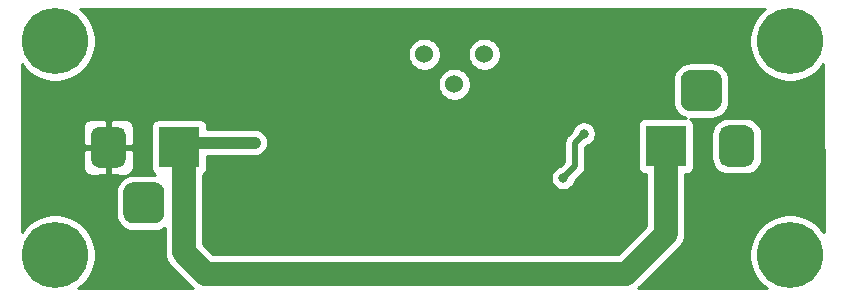
<source format=gbr>
%TF.GenerationSoftware,KiCad,Pcbnew,(5.1.10)-1*%
%TF.CreationDate,2021-09-15T21:12:31+02:00*%
%TF.ProjectId,Aquarium_LED_Dimmer,41717561-7269-4756-9d5f-4c45445f4469,rev?*%
%TF.SameCoordinates,Original*%
%TF.FileFunction,Copper,L2,Bot*%
%TF.FilePolarity,Positive*%
%FSLAX46Y46*%
G04 Gerber Fmt 4.6, Leading zero omitted, Abs format (unit mm)*
G04 Created by KiCad (PCBNEW (5.1.10)-1) date 2021-09-15 21:12:31*
%MOMM*%
%LPD*%
G01*
G04 APERTURE LIST*
%TA.AperFunction,ComponentPad*%
%ADD10C,1.524000*%
%TD*%
%TA.AperFunction,ComponentPad*%
%ADD11C,5.600000*%
%TD*%
%TA.AperFunction,ComponentPad*%
%ADD12R,3.500000X3.500000*%
%TD*%
%TA.AperFunction,ViaPad*%
%ADD13C,0.800000*%
%TD*%
%TA.AperFunction,Conductor*%
%ADD14C,0.500000*%
%TD*%
%TA.AperFunction,Conductor*%
%ADD15C,2.000000*%
%TD*%
%TA.AperFunction,Conductor*%
%ADD16C,1.000000*%
%TD*%
%TA.AperFunction,Conductor*%
%ADD17C,0.254000*%
%TD*%
%TA.AperFunction,Conductor*%
%ADD18C,0.100000*%
%TD*%
G04 APERTURE END LIST*
D10*
%TO.P,RV1,2*%
%TO.N,Net-(C5-Pad1)*%
X174290000Y-97060000D03*
%TO.P,RV1,3*%
%TO.N,Net-(D3-Pad1)*%
X171750000Y-94520000D03*
%TO.P,RV1,1*%
%TO.N,Net-(D4-Pad2)*%
X176830000Y-94520000D03*
%TD*%
D11*
%TO.P,H4,1*%
%TO.N,N/C*%
X202700000Y-111500000D03*
%TD*%
%TO.P,H3,1*%
%TO.N,N/C*%
X202700000Y-93400000D03*
%TD*%
%TO.P,H2,1*%
%TO.N,N/C*%
X140500000Y-111500000D03*
%TD*%
%TO.P,H1,1*%
%TO.N,N/C*%
X140500000Y-93400000D03*
%TD*%
%TO.P,OUT,3*%
%TO.N,N/C*%
%TA.AperFunction,ComponentPad*%
G36*
G01*
X196950000Y-96725000D02*
X196950000Y-98475000D01*
G75*
G02*
X196075000Y-99350000I-875000J0D01*
G01*
X194325000Y-99350000D01*
G75*
G02*
X193450000Y-98475000I0J875000D01*
G01*
X193450000Y-96725000D01*
G75*
G02*
X194325000Y-95850000I875000J0D01*
G01*
X196075000Y-95850000D01*
G75*
G02*
X196950000Y-96725000I0J-875000D01*
G01*
G37*
%TD.AperFunction*%
%TO.P,OUT,2*%
%TO.N,Net-(J2-Pad2)*%
%TA.AperFunction,ComponentPad*%
G36*
G01*
X199700000Y-101300000D02*
X199700000Y-103300000D01*
G75*
G02*
X198950000Y-104050000I-750000J0D01*
G01*
X197450000Y-104050000D01*
G75*
G02*
X196700000Y-103300000I0J750000D01*
G01*
X196700000Y-101300000D01*
G75*
G02*
X197450000Y-100550000I750000J0D01*
G01*
X198950000Y-100550000D01*
G75*
G02*
X199700000Y-101300000I0J-750000D01*
G01*
G37*
%TD.AperFunction*%
D12*
%TO.P,OUT,1*%
%TO.N,U_OUT*%
X192200000Y-102300000D03*
%TD*%
%TO.P,IN,3*%
%TO.N,N/C*%
%TA.AperFunction,ComponentPad*%
G36*
G01*
X146250000Y-107975000D02*
X146250000Y-106225000D01*
G75*
G02*
X147125000Y-105350000I875000J0D01*
G01*
X148875000Y-105350000D01*
G75*
G02*
X149750000Y-106225000I0J-875000D01*
G01*
X149750000Y-107975000D01*
G75*
G02*
X148875000Y-108850000I-875000J0D01*
G01*
X147125000Y-108850000D01*
G75*
G02*
X146250000Y-107975000I0J875000D01*
G01*
G37*
%TD.AperFunction*%
%TO.P,IN,2*%
%TO.N,GND*%
%TA.AperFunction,ComponentPad*%
G36*
G01*
X143500000Y-103400000D02*
X143500000Y-101400000D01*
G75*
G02*
X144250000Y-100650000I750000J0D01*
G01*
X145750000Y-100650000D01*
G75*
G02*
X146500000Y-101400000I0J-750000D01*
G01*
X146500000Y-103400000D01*
G75*
G02*
X145750000Y-104150000I-750000J0D01*
G01*
X144250000Y-104150000D01*
G75*
G02*
X143500000Y-103400000I0J750000D01*
G01*
G37*
%TD.AperFunction*%
%TO.P,IN,1*%
%TO.N,U_OUT*%
X151000000Y-102400000D03*
%TD*%
D13*
%TO.N,GND*%
X167600000Y-95600000D03*
X167600000Y-96800000D03*
X167100000Y-99700000D03*
X167100000Y-101600000D03*
X188550000Y-105400000D03*
X188550000Y-104550000D03*
X181400000Y-96900000D03*
X184100000Y-95450000D03*
X175000000Y-110700000D03*
X182500000Y-110700000D03*
X162800000Y-106200000D03*
X162800000Y-107300000D03*
X166500000Y-106300000D03*
X166500000Y-107300000D03*
X145100000Y-93700000D03*
X195700000Y-112200000D03*
X169340000Y-101050000D03*
X189310000Y-96880000D03*
X190220000Y-96910000D03*
X191180000Y-96910000D03*
X190260000Y-99400000D03*
%TO.N,+12V*%
X183500000Y-105000000D03*
X185250000Y-101250000D03*
%TO.N,U_OUT*%
X155400000Y-102000000D03*
X156400000Y-102000000D03*
X157400000Y-102000000D03*
%TD*%
D14*
%TO.N,+12V*%
X185250000Y-101250000D02*
X184500000Y-102000000D01*
X184500000Y-102000000D02*
X184500000Y-104000000D01*
X184500000Y-104000000D02*
X183500000Y-105000000D01*
D15*
%TO.N,U_OUT*%
X151400000Y-111300000D02*
X151400000Y-102800000D01*
X153200000Y-113100000D02*
X151400000Y-111300000D01*
X191500000Y-103000000D02*
X192200000Y-102300000D01*
X153200000Y-113100000D02*
X188800000Y-113100000D01*
X192200000Y-109700000D02*
X192200000Y-102300000D01*
X188800000Y-113100000D02*
X192200000Y-109700000D01*
D16*
X157400000Y-102000000D02*
X155400000Y-102000000D01*
X151400000Y-102800000D02*
X151000000Y-102400000D01*
X151000000Y-102400000D02*
X151700000Y-102400000D01*
X151700000Y-102400000D02*
X152100000Y-102000000D01*
X152100000Y-102000000D02*
X155400000Y-102000000D01*
X155400000Y-102000000D02*
X156400000Y-102000000D01*
X156400000Y-102000000D02*
X157400000Y-102000000D01*
%TD*%
D17*
%TO.N,GND*%
X200610722Y-90664772D02*
X200510315Y-90731862D01*
X200031862Y-91210315D01*
X199655943Y-91772918D01*
X199397006Y-92398048D01*
X199265000Y-93061682D01*
X199265000Y-93738318D01*
X199397006Y-94401952D01*
X199655943Y-95027082D01*
X200031862Y-95589685D01*
X200510315Y-96068138D01*
X201072918Y-96444057D01*
X201698048Y-96702994D01*
X202361682Y-96835000D01*
X203038318Y-96835000D01*
X203701952Y-96702994D01*
X204327082Y-96444057D01*
X204889685Y-96068138D01*
X205368138Y-95589685D01*
X205551148Y-95315790D01*
X205559007Y-109595971D01*
X205368138Y-109310315D01*
X204889685Y-108831862D01*
X204327082Y-108455943D01*
X203701952Y-108197006D01*
X203038318Y-108065000D01*
X202361682Y-108065000D01*
X201698048Y-108197006D01*
X201072918Y-108455943D01*
X200510315Y-108831862D01*
X200031862Y-109310315D01*
X199655943Y-109872918D01*
X199397006Y-110498048D01*
X199265000Y-111161682D01*
X199265000Y-111838318D01*
X199397006Y-112501952D01*
X199655943Y-113127082D01*
X200031862Y-113689685D01*
X200510315Y-114168138D01*
X200780701Y-114348804D01*
X189857541Y-114347206D01*
X189961714Y-114261714D01*
X190012925Y-114199313D01*
X193299320Y-110912919D01*
X193361714Y-110861714D01*
X193566031Y-110612752D01*
X193717852Y-110328715D01*
X193811343Y-110020516D01*
X193835000Y-109780322D01*
X193835000Y-109780320D01*
X193842911Y-109700001D01*
X193835000Y-109619681D01*
X193835000Y-104688072D01*
X193950000Y-104688072D01*
X194074482Y-104675812D01*
X194194180Y-104639502D01*
X194304494Y-104580537D01*
X194401185Y-104501185D01*
X194480537Y-104404494D01*
X194539502Y-104294180D01*
X194575812Y-104174482D01*
X194588072Y-104050000D01*
X194588072Y-101300000D01*
X196061928Y-101300000D01*
X196061928Y-103300000D01*
X196088599Y-103570799D01*
X196167589Y-103831192D01*
X196295860Y-104071171D01*
X196468485Y-104281515D01*
X196678829Y-104454140D01*
X196918808Y-104582411D01*
X197179201Y-104661401D01*
X197450000Y-104688072D01*
X198950000Y-104688072D01*
X199220799Y-104661401D01*
X199481192Y-104582411D01*
X199721171Y-104454140D01*
X199931515Y-104281515D01*
X200104140Y-104071171D01*
X200232411Y-103831192D01*
X200311401Y-103570799D01*
X200338072Y-103300000D01*
X200338072Y-101300000D01*
X200311401Y-101029201D01*
X200232411Y-100768808D01*
X200104140Y-100528829D01*
X199931515Y-100318485D01*
X199721171Y-100145860D01*
X199481192Y-100017589D01*
X199220799Y-99938599D01*
X198950000Y-99911928D01*
X197450000Y-99911928D01*
X197179201Y-99938599D01*
X196918808Y-100017589D01*
X196678829Y-100145860D01*
X196468485Y-100318485D01*
X196295860Y-100528829D01*
X196167589Y-100768808D01*
X196088599Y-101029201D01*
X196061928Y-101300000D01*
X194588072Y-101300000D01*
X194588072Y-100550000D01*
X194575812Y-100425518D01*
X194539502Y-100305820D01*
X194480537Y-100195506D01*
X194401185Y-100098815D01*
X194304494Y-100019463D01*
X194227869Y-99978506D01*
X194325000Y-99988072D01*
X196075000Y-99988072D01*
X196370186Y-99958999D01*
X196654028Y-99872896D01*
X196915618Y-99733073D01*
X197144903Y-99544903D01*
X197333073Y-99315618D01*
X197472896Y-99054028D01*
X197558999Y-98770186D01*
X197588072Y-98475000D01*
X197588072Y-96725000D01*
X197558999Y-96429814D01*
X197472896Y-96145972D01*
X197333073Y-95884382D01*
X197144903Y-95655097D01*
X196915618Y-95466927D01*
X196654028Y-95327104D01*
X196370186Y-95241001D01*
X196075000Y-95211928D01*
X194325000Y-95211928D01*
X194029814Y-95241001D01*
X193745972Y-95327104D01*
X193484382Y-95466927D01*
X193255097Y-95655097D01*
X193066927Y-95884382D01*
X192927104Y-96145972D01*
X192841001Y-96429814D01*
X192811928Y-96725000D01*
X192811928Y-98475000D01*
X192841001Y-98770186D01*
X192927104Y-99054028D01*
X193066927Y-99315618D01*
X193255097Y-99544903D01*
X193484382Y-99733073D01*
X193745972Y-99872896D01*
X193874643Y-99911928D01*
X190450000Y-99911928D01*
X190325518Y-99924188D01*
X190205820Y-99960498D01*
X190095506Y-100019463D01*
X189998815Y-100098815D01*
X189919463Y-100195506D01*
X189860498Y-100305820D01*
X189824188Y-100425518D01*
X189811928Y-100550000D01*
X189811928Y-104050000D01*
X189824188Y-104174482D01*
X189860498Y-104294180D01*
X189919463Y-104404494D01*
X189998815Y-104501185D01*
X190095506Y-104580537D01*
X190205820Y-104639502D01*
X190325518Y-104675812D01*
X190450000Y-104688072D01*
X190565001Y-104688072D01*
X190565000Y-109022761D01*
X188122762Y-111465000D01*
X153877239Y-111465000D01*
X153035000Y-110622762D01*
X153035000Y-104898061D01*
X182465000Y-104898061D01*
X182465000Y-105101939D01*
X182504774Y-105301898D01*
X182582795Y-105490256D01*
X182696063Y-105659774D01*
X182840226Y-105803937D01*
X183009744Y-105917205D01*
X183198102Y-105995226D01*
X183398061Y-106035000D01*
X183601939Y-106035000D01*
X183801898Y-105995226D01*
X183990256Y-105917205D01*
X184159774Y-105803937D01*
X184303937Y-105659774D01*
X184417205Y-105490256D01*
X184495226Y-105301898D01*
X184506535Y-105245043D01*
X185095049Y-104656530D01*
X185128817Y-104628817D01*
X185219885Y-104517852D01*
X185239411Y-104494059D01*
X185321589Y-104340314D01*
X185372195Y-104173490D01*
X185373355Y-104161713D01*
X185385000Y-104043477D01*
X185385000Y-104043469D01*
X185389281Y-104000000D01*
X185385000Y-103956531D01*
X185385000Y-102366578D01*
X185495044Y-102256535D01*
X185551898Y-102245226D01*
X185740256Y-102167205D01*
X185909774Y-102053937D01*
X186053937Y-101909774D01*
X186167205Y-101740256D01*
X186245226Y-101551898D01*
X186285000Y-101351939D01*
X186285000Y-101148061D01*
X186245226Y-100948102D01*
X186167205Y-100759744D01*
X186053937Y-100590226D01*
X185909774Y-100446063D01*
X185740256Y-100332795D01*
X185551898Y-100254774D01*
X185351939Y-100215000D01*
X185148061Y-100215000D01*
X184948102Y-100254774D01*
X184759744Y-100332795D01*
X184590226Y-100446063D01*
X184446063Y-100590226D01*
X184332795Y-100759744D01*
X184254774Y-100948102D01*
X184243465Y-101004956D01*
X183904956Y-101343466D01*
X183871183Y-101371183D01*
X183760589Y-101505942D01*
X183678411Y-101659688D01*
X183627805Y-101826511D01*
X183615000Y-101956524D01*
X183615000Y-101956531D01*
X183610719Y-102000000D01*
X183615000Y-102043469D01*
X183615001Y-103633420D01*
X183254957Y-103993465D01*
X183198102Y-104004774D01*
X183009744Y-104082795D01*
X182840226Y-104196063D01*
X182696063Y-104340226D01*
X182582795Y-104509744D01*
X182504774Y-104698102D01*
X182465000Y-104898061D01*
X153035000Y-104898061D01*
X153035000Y-104717683D01*
X153104494Y-104680537D01*
X153201185Y-104601185D01*
X153280537Y-104504494D01*
X153339502Y-104394180D01*
X153375812Y-104274482D01*
X153388072Y-104150000D01*
X153388072Y-103135000D01*
X157455752Y-103135000D01*
X157622499Y-103118577D01*
X157836447Y-103053676D01*
X158033623Y-102948284D01*
X158206449Y-102806449D01*
X158348284Y-102633623D01*
X158453676Y-102436447D01*
X158518577Y-102222499D01*
X158540491Y-102000000D01*
X158518577Y-101777501D01*
X158453676Y-101563553D01*
X158348284Y-101366377D01*
X158206449Y-101193551D01*
X158033623Y-101051716D01*
X157836447Y-100946324D01*
X157622499Y-100881423D01*
X157455752Y-100865000D01*
X153388072Y-100865000D01*
X153388072Y-100650000D01*
X153375812Y-100525518D01*
X153339502Y-100405820D01*
X153280537Y-100295506D01*
X153201185Y-100198815D01*
X153104494Y-100119463D01*
X152994180Y-100060498D01*
X152874482Y-100024188D01*
X152750000Y-100011928D01*
X149250000Y-100011928D01*
X149125518Y-100024188D01*
X149005820Y-100060498D01*
X148895506Y-100119463D01*
X148798815Y-100198815D01*
X148719463Y-100295506D01*
X148660498Y-100405820D01*
X148624188Y-100525518D01*
X148611928Y-100650000D01*
X148611928Y-104150000D01*
X148624188Y-104274482D01*
X148660498Y-104394180D01*
X148719463Y-104504494D01*
X148798815Y-104601185D01*
X148895506Y-104680537D01*
X148972131Y-104721494D01*
X148875000Y-104711928D01*
X147125000Y-104711928D01*
X146829814Y-104741001D01*
X146545972Y-104827104D01*
X146284382Y-104966927D01*
X146055097Y-105155097D01*
X145866927Y-105384382D01*
X145727104Y-105645972D01*
X145641001Y-105929814D01*
X145611928Y-106225000D01*
X145611928Y-107975000D01*
X145641001Y-108270186D01*
X145727104Y-108554028D01*
X145866927Y-108815618D01*
X146055097Y-109044903D01*
X146284382Y-109233073D01*
X146545972Y-109372896D01*
X146829814Y-109458999D01*
X147125000Y-109488072D01*
X148875000Y-109488072D01*
X149170186Y-109458999D01*
X149454028Y-109372896D01*
X149715618Y-109233073D01*
X149765000Y-109192546D01*
X149765000Y-111219680D01*
X149757089Y-111300000D01*
X149765000Y-111380319D01*
X149765000Y-111380321D01*
X149788657Y-111620515D01*
X149882148Y-111928714D01*
X150033969Y-112212751D01*
X150238286Y-112461714D01*
X150300686Y-112512925D01*
X151987079Y-114199318D01*
X152038286Y-114261714D01*
X152135735Y-114341688D01*
X142432073Y-114340269D01*
X142689685Y-114168138D01*
X143168138Y-113689685D01*
X143544057Y-113127082D01*
X143802994Y-112501952D01*
X143935000Y-111838318D01*
X143935000Y-111161682D01*
X143802994Y-110498048D01*
X143544057Y-109872918D01*
X143168138Y-109310315D01*
X142689685Y-108831862D01*
X142127082Y-108455943D01*
X141501952Y-108197006D01*
X140838318Y-108065000D01*
X140161682Y-108065000D01*
X139498048Y-108197006D01*
X138872918Y-108455943D01*
X138310315Y-108831862D01*
X137831862Y-109310315D01*
X137660000Y-109567525D01*
X137660000Y-104150000D01*
X142861928Y-104150000D01*
X142874188Y-104274482D01*
X142910498Y-104394180D01*
X142969463Y-104504494D01*
X143048815Y-104601185D01*
X143145506Y-104680537D01*
X143255820Y-104739502D01*
X143375518Y-104775812D01*
X143500000Y-104788072D01*
X144714250Y-104785000D01*
X144873000Y-104626250D01*
X144873000Y-102527000D01*
X145127000Y-102527000D01*
X145127000Y-104626250D01*
X145285750Y-104785000D01*
X146500000Y-104788072D01*
X146624482Y-104775812D01*
X146744180Y-104739502D01*
X146854494Y-104680537D01*
X146951185Y-104601185D01*
X147030537Y-104504494D01*
X147089502Y-104394180D01*
X147125812Y-104274482D01*
X147138072Y-104150000D01*
X147135000Y-102685750D01*
X146976250Y-102527000D01*
X145127000Y-102527000D01*
X144873000Y-102527000D01*
X143023750Y-102527000D01*
X142865000Y-102685750D01*
X142861928Y-104150000D01*
X137660000Y-104150000D01*
X137660000Y-100650000D01*
X142861928Y-100650000D01*
X142865000Y-102114250D01*
X143023750Y-102273000D01*
X144873000Y-102273000D01*
X144873000Y-100173750D01*
X145127000Y-100173750D01*
X145127000Y-102273000D01*
X146976250Y-102273000D01*
X147135000Y-102114250D01*
X147138072Y-100650000D01*
X147125812Y-100525518D01*
X147089502Y-100405820D01*
X147030537Y-100295506D01*
X146951185Y-100198815D01*
X146854494Y-100119463D01*
X146744180Y-100060498D01*
X146624482Y-100024188D01*
X146500000Y-100011928D01*
X145285750Y-100015000D01*
X145127000Y-100173750D01*
X144873000Y-100173750D01*
X144714250Y-100015000D01*
X143500000Y-100011928D01*
X143375518Y-100024188D01*
X143255820Y-100060498D01*
X143145506Y-100119463D01*
X143048815Y-100198815D01*
X142969463Y-100295506D01*
X142910498Y-100405820D01*
X142874188Y-100525518D01*
X142861928Y-100650000D01*
X137660000Y-100650000D01*
X137660000Y-96922408D01*
X172893000Y-96922408D01*
X172893000Y-97197592D01*
X172946686Y-97467490D01*
X173051995Y-97721727D01*
X173204880Y-97950535D01*
X173399465Y-98145120D01*
X173628273Y-98298005D01*
X173882510Y-98403314D01*
X174152408Y-98457000D01*
X174427592Y-98457000D01*
X174697490Y-98403314D01*
X174951727Y-98298005D01*
X175180535Y-98145120D01*
X175375120Y-97950535D01*
X175528005Y-97721727D01*
X175633314Y-97467490D01*
X175687000Y-97197592D01*
X175687000Y-96922408D01*
X175633314Y-96652510D01*
X175528005Y-96398273D01*
X175375120Y-96169465D01*
X175180535Y-95974880D01*
X174951727Y-95821995D01*
X174697490Y-95716686D01*
X174427592Y-95663000D01*
X174152408Y-95663000D01*
X173882510Y-95716686D01*
X173628273Y-95821995D01*
X173399465Y-95974880D01*
X173204880Y-96169465D01*
X173051995Y-96398273D01*
X172946686Y-96652510D01*
X172893000Y-96922408D01*
X137660000Y-96922408D01*
X137660000Y-95332475D01*
X137831862Y-95589685D01*
X138310315Y-96068138D01*
X138872918Y-96444057D01*
X139498048Y-96702994D01*
X140161682Y-96835000D01*
X140838318Y-96835000D01*
X141501952Y-96702994D01*
X142127082Y-96444057D01*
X142689685Y-96068138D01*
X143168138Y-95589685D01*
X143544057Y-95027082D01*
X143802994Y-94401952D01*
X143806881Y-94382408D01*
X170353000Y-94382408D01*
X170353000Y-94657592D01*
X170406686Y-94927490D01*
X170511995Y-95181727D01*
X170664880Y-95410535D01*
X170859465Y-95605120D01*
X171088273Y-95758005D01*
X171342510Y-95863314D01*
X171612408Y-95917000D01*
X171887592Y-95917000D01*
X172157490Y-95863314D01*
X172411727Y-95758005D01*
X172640535Y-95605120D01*
X172835120Y-95410535D01*
X172988005Y-95181727D01*
X173093314Y-94927490D01*
X173147000Y-94657592D01*
X173147000Y-94382408D01*
X175433000Y-94382408D01*
X175433000Y-94657592D01*
X175486686Y-94927490D01*
X175591995Y-95181727D01*
X175744880Y-95410535D01*
X175939465Y-95605120D01*
X176168273Y-95758005D01*
X176422510Y-95863314D01*
X176692408Y-95917000D01*
X176967592Y-95917000D01*
X177237490Y-95863314D01*
X177491727Y-95758005D01*
X177720535Y-95605120D01*
X177915120Y-95410535D01*
X178068005Y-95181727D01*
X178173314Y-94927490D01*
X178227000Y-94657592D01*
X178227000Y-94382408D01*
X178173314Y-94112510D01*
X178068005Y-93858273D01*
X177915120Y-93629465D01*
X177720535Y-93434880D01*
X177491727Y-93281995D01*
X177237490Y-93176686D01*
X176967592Y-93123000D01*
X176692408Y-93123000D01*
X176422510Y-93176686D01*
X176168273Y-93281995D01*
X175939465Y-93434880D01*
X175744880Y-93629465D01*
X175591995Y-93858273D01*
X175486686Y-94112510D01*
X175433000Y-94382408D01*
X173147000Y-94382408D01*
X173093314Y-94112510D01*
X172988005Y-93858273D01*
X172835120Y-93629465D01*
X172640535Y-93434880D01*
X172411727Y-93281995D01*
X172157490Y-93176686D01*
X171887592Y-93123000D01*
X171612408Y-93123000D01*
X171342510Y-93176686D01*
X171088273Y-93281995D01*
X170859465Y-93434880D01*
X170664880Y-93629465D01*
X170511995Y-93858273D01*
X170406686Y-94112510D01*
X170353000Y-94382408D01*
X143806881Y-94382408D01*
X143935000Y-93738318D01*
X143935000Y-93061682D01*
X143802994Y-92398048D01*
X143544057Y-91772918D01*
X143168138Y-91210315D01*
X142689685Y-90731862D01*
X142582371Y-90660157D01*
X200610722Y-90664772D01*
%TA.AperFunction,Conductor*%
D18*
G36*
X200610722Y-90664772D02*
G01*
X200510315Y-90731862D01*
X200031862Y-91210315D01*
X199655943Y-91772918D01*
X199397006Y-92398048D01*
X199265000Y-93061682D01*
X199265000Y-93738318D01*
X199397006Y-94401952D01*
X199655943Y-95027082D01*
X200031862Y-95589685D01*
X200510315Y-96068138D01*
X201072918Y-96444057D01*
X201698048Y-96702994D01*
X202361682Y-96835000D01*
X203038318Y-96835000D01*
X203701952Y-96702994D01*
X204327082Y-96444057D01*
X204889685Y-96068138D01*
X205368138Y-95589685D01*
X205551148Y-95315790D01*
X205559007Y-109595971D01*
X205368138Y-109310315D01*
X204889685Y-108831862D01*
X204327082Y-108455943D01*
X203701952Y-108197006D01*
X203038318Y-108065000D01*
X202361682Y-108065000D01*
X201698048Y-108197006D01*
X201072918Y-108455943D01*
X200510315Y-108831862D01*
X200031862Y-109310315D01*
X199655943Y-109872918D01*
X199397006Y-110498048D01*
X199265000Y-111161682D01*
X199265000Y-111838318D01*
X199397006Y-112501952D01*
X199655943Y-113127082D01*
X200031862Y-113689685D01*
X200510315Y-114168138D01*
X200780701Y-114348804D01*
X189857541Y-114347206D01*
X189961714Y-114261714D01*
X190012925Y-114199313D01*
X193299320Y-110912919D01*
X193361714Y-110861714D01*
X193566031Y-110612752D01*
X193717852Y-110328715D01*
X193811343Y-110020516D01*
X193835000Y-109780322D01*
X193835000Y-109780320D01*
X193842911Y-109700001D01*
X193835000Y-109619681D01*
X193835000Y-104688072D01*
X193950000Y-104688072D01*
X194074482Y-104675812D01*
X194194180Y-104639502D01*
X194304494Y-104580537D01*
X194401185Y-104501185D01*
X194480537Y-104404494D01*
X194539502Y-104294180D01*
X194575812Y-104174482D01*
X194588072Y-104050000D01*
X194588072Y-101300000D01*
X196061928Y-101300000D01*
X196061928Y-103300000D01*
X196088599Y-103570799D01*
X196167589Y-103831192D01*
X196295860Y-104071171D01*
X196468485Y-104281515D01*
X196678829Y-104454140D01*
X196918808Y-104582411D01*
X197179201Y-104661401D01*
X197450000Y-104688072D01*
X198950000Y-104688072D01*
X199220799Y-104661401D01*
X199481192Y-104582411D01*
X199721171Y-104454140D01*
X199931515Y-104281515D01*
X200104140Y-104071171D01*
X200232411Y-103831192D01*
X200311401Y-103570799D01*
X200338072Y-103300000D01*
X200338072Y-101300000D01*
X200311401Y-101029201D01*
X200232411Y-100768808D01*
X200104140Y-100528829D01*
X199931515Y-100318485D01*
X199721171Y-100145860D01*
X199481192Y-100017589D01*
X199220799Y-99938599D01*
X198950000Y-99911928D01*
X197450000Y-99911928D01*
X197179201Y-99938599D01*
X196918808Y-100017589D01*
X196678829Y-100145860D01*
X196468485Y-100318485D01*
X196295860Y-100528829D01*
X196167589Y-100768808D01*
X196088599Y-101029201D01*
X196061928Y-101300000D01*
X194588072Y-101300000D01*
X194588072Y-100550000D01*
X194575812Y-100425518D01*
X194539502Y-100305820D01*
X194480537Y-100195506D01*
X194401185Y-100098815D01*
X194304494Y-100019463D01*
X194227869Y-99978506D01*
X194325000Y-99988072D01*
X196075000Y-99988072D01*
X196370186Y-99958999D01*
X196654028Y-99872896D01*
X196915618Y-99733073D01*
X197144903Y-99544903D01*
X197333073Y-99315618D01*
X197472896Y-99054028D01*
X197558999Y-98770186D01*
X197588072Y-98475000D01*
X197588072Y-96725000D01*
X197558999Y-96429814D01*
X197472896Y-96145972D01*
X197333073Y-95884382D01*
X197144903Y-95655097D01*
X196915618Y-95466927D01*
X196654028Y-95327104D01*
X196370186Y-95241001D01*
X196075000Y-95211928D01*
X194325000Y-95211928D01*
X194029814Y-95241001D01*
X193745972Y-95327104D01*
X193484382Y-95466927D01*
X193255097Y-95655097D01*
X193066927Y-95884382D01*
X192927104Y-96145972D01*
X192841001Y-96429814D01*
X192811928Y-96725000D01*
X192811928Y-98475000D01*
X192841001Y-98770186D01*
X192927104Y-99054028D01*
X193066927Y-99315618D01*
X193255097Y-99544903D01*
X193484382Y-99733073D01*
X193745972Y-99872896D01*
X193874643Y-99911928D01*
X190450000Y-99911928D01*
X190325518Y-99924188D01*
X190205820Y-99960498D01*
X190095506Y-100019463D01*
X189998815Y-100098815D01*
X189919463Y-100195506D01*
X189860498Y-100305820D01*
X189824188Y-100425518D01*
X189811928Y-100550000D01*
X189811928Y-104050000D01*
X189824188Y-104174482D01*
X189860498Y-104294180D01*
X189919463Y-104404494D01*
X189998815Y-104501185D01*
X190095506Y-104580537D01*
X190205820Y-104639502D01*
X190325518Y-104675812D01*
X190450000Y-104688072D01*
X190565001Y-104688072D01*
X190565000Y-109022761D01*
X188122762Y-111465000D01*
X153877239Y-111465000D01*
X153035000Y-110622762D01*
X153035000Y-104898061D01*
X182465000Y-104898061D01*
X182465000Y-105101939D01*
X182504774Y-105301898D01*
X182582795Y-105490256D01*
X182696063Y-105659774D01*
X182840226Y-105803937D01*
X183009744Y-105917205D01*
X183198102Y-105995226D01*
X183398061Y-106035000D01*
X183601939Y-106035000D01*
X183801898Y-105995226D01*
X183990256Y-105917205D01*
X184159774Y-105803937D01*
X184303937Y-105659774D01*
X184417205Y-105490256D01*
X184495226Y-105301898D01*
X184506535Y-105245043D01*
X185095049Y-104656530D01*
X185128817Y-104628817D01*
X185219885Y-104517852D01*
X185239411Y-104494059D01*
X185321589Y-104340314D01*
X185372195Y-104173490D01*
X185373355Y-104161713D01*
X185385000Y-104043477D01*
X185385000Y-104043469D01*
X185389281Y-104000000D01*
X185385000Y-103956531D01*
X185385000Y-102366578D01*
X185495044Y-102256535D01*
X185551898Y-102245226D01*
X185740256Y-102167205D01*
X185909774Y-102053937D01*
X186053937Y-101909774D01*
X186167205Y-101740256D01*
X186245226Y-101551898D01*
X186285000Y-101351939D01*
X186285000Y-101148061D01*
X186245226Y-100948102D01*
X186167205Y-100759744D01*
X186053937Y-100590226D01*
X185909774Y-100446063D01*
X185740256Y-100332795D01*
X185551898Y-100254774D01*
X185351939Y-100215000D01*
X185148061Y-100215000D01*
X184948102Y-100254774D01*
X184759744Y-100332795D01*
X184590226Y-100446063D01*
X184446063Y-100590226D01*
X184332795Y-100759744D01*
X184254774Y-100948102D01*
X184243465Y-101004956D01*
X183904956Y-101343466D01*
X183871183Y-101371183D01*
X183760589Y-101505942D01*
X183678411Y-101659688D01*
X183627805Y-101826511D01*
X183615000Y-101956524D01*
X183615000Y-101956531D01*
X183610719Y-102000000D01*
X183615000Y-102043469D01*
X183615001Y-103633420D01*
X183254957Y-103993465D01*
X183198102Y-104004774D01*
X183009744Y-104082795D01*
X182840226Y-104196063D01*
X182696063Y-104340226D01*
X182582795Y-104509744D01*
X182504774Y-104698102D01*
X182465000Y-104898061D01*
X153035000Y-104898061D01*
X153035000Y-104717683D01*
X153104494Y-104680537D01*
X153201185Y-104601185D01*
X153280537Y-104504494D01*
X153339502Y-104394180D01*
X153375812Y-104274482D01*
X153388072Y-104150000D01*
X153388072Y-103135000D01*
X157455752Y-103135000D01*
X157622499Y-103118577D01*
X157836447Y-103053676D01*
X158033623Y-102948284D01*
X158206449Y-102806449D01*
X158348284Y-102633623D01*
X158453676Y-102436447D01*
X158518577Y-102222499D01*
X158540491Y-102000000D01*
X158518577Y-101777501D01*
X158453676Y-101563553D01*
X158348284Y-101366377D01*
X158206449Y-101193551D01*
X158033623Y-101051716D01*
X157836447Y-100946324D01*
X157622499Y-100881423D01*
X157455752Y-100865000D01*
X153388072Y-100865000D01*
X153388072Y-100650000D01*
X153375812Y-100525518D01*
X153339502Y-100405820D01*
X153280537Y-100295506D01*
X153201185Y-100198815D01*
X153104494Y-100119463D01*
X152994180Y-100060498D01*
X152874482Y-100024188D01*
X152750000Y-100011928D01*
X149250000Y-100011928D01*
X149125518Y-100024188D01*
X149005820Y-100060498D01*
X148895506Y-100119463D01*
X148798815Y-100198815D01*
X148719463Y-100295506D01*
X148660498Y-100405820D01*
X148624188Y-100525518D01*
X148611928Y-100650000D01*
X148611928Y-104150000D01*
X148624188Y-104274482D01*
X148660498Y-104394180D01*
X148719463Y-104504494D01*
X148798815Y-104601185D01*
X148895506Y-104680537D01*
X148972131Y-104721494D01*
X148875000Y-104711928D01*
X147125000Y-104711928D01*
X146829814Y-104741001D01*
X146545972Y-104827104D01*
X146284382Y-104966927D01*
X146055097Y-105155097D01*
X145866927Y-105384382D01*
X145727104Y-105645972D01*
X145641001Y-105929814D01*
X145611928Y-106225000D01*
X145611928Y-107975000D01*
X145641001Y-108270186D01*
X145727104Y-108554028D01*
X145866927Y-108815618D01*
X146055097Y-109044903D01*
X146284382Y-109233073D01*
X146545972Y-109372896D01*
X146829814Y-109458999D01*
X147125000Y-109488072D01*
X148875000Y-109488072D01*
X149170186Y-109458999D01*
X149454028Y-109372896D01*
X149715618Y-109233073D01*
X149765000Y-109192546D01*
X149765000Y-111219680D01*
X149757089Y-111300000D01*
X149765000Y-111380319D01*
X149765000Y-111380321D01*
X149788657Y-111620515D01*
X149882148Y-111928714D01*
X150033969Y-112212751D01*
X150238286Y-112461714D01*
X150300686Y-112512925D01*
X151987079Y-114199318D01*
X152038286Y-114261714D01*
X152135735Y-114341688D01*
X142432073Y-114340269D01*
X142689685Y-114168138D01*
X143168138Y-113689685D01*
X143544057Y-113127082D01*
X143802994Y-112501952D01*
X143935000Y-111838318D01*
X143935000Y-111161682D01*
X143802994Y-110498048D01*
X143544057Y-109872918D01*
X143168138Y-109310315D01*
X142689685Y-108831862D01*
X142127082Y-108455943D01*
X141501952Y-108197006D01*
X140838318Y-108065000D01*
X140161682Y-108065000D01*
X139498048Y-108197006D01*
X138872918Y-108455943D01*
X138310315Y-108831862D01*
X137831862Y-109310315D01*
X137660000Y-109567525D01*
X137660000Y-104150000D01*
X142861928Y-104150000D01*
X142874188Y-104274482D01*
X142910498Y-104394180D01*
X142969463Y-104504494D01*
X143048815Y-104601185D01*
X143145506Y-104680537D01*
X143255820Y-104739502D01*
X143375518Y-104775812D01*
X143500000Y-104788072D01*
X144714250Y-104785000D01*
X144873000Y-104626250D01*
X144873000Y-102527000D01*
X145127000Y-102527000D01*
X145127000Y-104626250D01*
X145285750Y-104785000D01*
X146500000Y-104788072D01*
X146624482Y-104775812D01*
X146744180Y-104739502D01*
X146854494Y-104680537D01*
X146951185Y-104601185D01*
X147030537Y-104504494D01*
X147089502Y-104394180D01*
X147125812Y-104274482D01*
X147138072Y-104150000D01*
X147135000Y-102685750D01*
X146976250Y-102527000D01*
X145127000Y-102527000D01*
X144873000Y-102527000D01*
X143023750Y-102527000D01*
X142865000Y-102685750D01*
X142861928Y-104150000D01*
X137660000Y-104150000D01*
X137660000Y-100650000D01*
X142861928Y-100650000D01*
X142865000Y-102114250D01*
X143023750Y-102273000D01*
X144873000Y-102273000D01*
X144873000Y-100173750D01*
X145127000Y-100173750D01*
X145127000Y-102273000D01*
X146976250Y-102273000D01*
X147135000Y-102114250D01*
X147138072Y-100650000D01*
X147125812Y-100525518D01*
X147089502Y-100405820D01*
X147030537Y-100295506D01*
X146951185Y-100198815D01*
X146854494Y-100119463D01*
X146744180Y-100060498D01*
X146624482Y-100024188D01*
X146500000Y-100011928D01*
X145285750Y-100015000D01*
X145127000Y-100173750D01*
X144873000Y-100173750D01*
X144714250Y-100015000D01*
X143500000Y-100011928D01*
X143375518Y-100024188D01*
X143255820Y-100060498D01*
X143145506Y-100119463D01*
X143048815Y-100198815D01*
X142969463Y-100295506D01*
X142910498Y-100405820D01*
X142874188Y-100525518D01*
X142861928Y-100650000D01*
X137660000Y-100650000D01*
X137660000Y-96922408D01*
X172893000Y-96922408D01*
X172893000Y-97197592D01*
X172946686Y-97467490D01*
X173051995Y-97721727D01*
X173204880Y-97950535D01*
X173399465Y-98145120D01*
X173628273Y-98298005D01*
X173882510Y-98403314D01*
X174152408Y-98457000D01*
X174427592Y-98457000D01*
X174697490Y-98403314D01*
X174951727Y-98298005D01*
X175180535Y-98145120D01*
X175375120Y-97950535D01*
X175528005Y-97721727D01*
X175633314Y-97467490D01*
X175687000Y-97197592D01*
X175687000Y-96922408D01*
X175633314Y-96652510D01*
X175528005Y-96398273D01*
X175375120Y-96169465D01*
X175180535Y-95974880D01*
X174951727Y-95821995D01*
X174697490Y-95716686D01*
X174427592Y-95663000D01*
X174152408Y-95663000D01*
X173882510Y-95716686D01*
X173628273Y-95821995D01*
X173399465Y-95974880D01*
X173204880Y-96169465D01*
X173051995Y-96398273D01*
X172946686Y-96652510D01*
X172893000Y-96922408D01*
X137660000Y-96922408D01*
X137660000Y-95332475D01*
X137831862Y-95589685D01*
X138310315Y-96068138D01*
X138872918Y-96444057D01*
X139498048Y-96702994D01*
X140161682Y-96835000D01*
X140838318Y-96835000D01*
X141501952Y-96702994D01*
X142127082Y-96444057D01*
X142689685Y-96068138D01*
X143168138Y-95589685D01*
X143544057Y-95027082D01*
X143802994Y-94401952D01*
X143806881Y-94382408D01*
X170353000Y-94382408D01*
X170353000Y-94657592D01*
X170406686Y-94927490D01*
X170511995Y-95181727D01*
X170664880Y-95410535D01*
X170859465Y-95605120D01*
X171088273Y-95758005D01*
X171342510Y-95863314D01*
X171612408Y-95917000D01*
X171887592Y-95917000D01*
X172157490Y-95863314D01*
X172411727Y-95758005D01*
X172640535Y-95605120D01*
X172835120Y-95410535D01*
X172988005Y-95181727D01*
X173093314Y-94927490D01*
X173147000Y-94657592D01*
X173147000Y-94382408D01*
X175433000Y-94382408D01*
X175433000Y-94657592D01*
X175486686Y-94927490D01*
X175591995Y-95181727D01*
X175744880Y-95410535D01*
X175939465Y-95605120D01*
X176168273Y-95758005D01*
X176422510Y-95863314D01*
X176692408Y-95917000D01*
X176967592Y-95917000D01*
X177237490Y-95863314D01*
X177491727Y-95758005D01*
X177720535Y-95605120D01*
X177915120Y-95410535D01*
X178068005Y-95181727D01*
X178173314Y-94927490D01*
X178227000Y-94657592D01*
X178227000Y-94382408D01*
X178173314Y-94112510D01*
X178068005Y-93858273D01*
X177915120Y-93629465D01*
X177720535Y-93434880D01*
X177491727Y-93281995D01*
X177237490Y-93176686D01*
X176967592Y-93123000D01*
X176692408Y-93123000D01*
X176422510Y-93176686D01*
X176168273Y-93281995D01*
X175939465Y-93434880D01*
X175744880Y-93629465D01*
X175591995Y-93858273D01*
X175486686Y-94112510D01*
X175433000Y-94382408D01*
X173147000Y-94382408D01*
X173093314Y-94112510D01*
X172988005Y-93858273D01*
X172835120Y-93629465D01*
X172640535Y-93434880D01*
X172411727Y-93281995D01*
X172157490Y-93176686D01*
X171887592Y-93123000D01*
X171612408Y-93123000D01*
X171342510Y-93176686D01*
X171088273Y-93281995D01*
X170859465Y-93434880D01*
X170664880Y-93629465D01*
X170511995Y-93858273D01*
X170406686Y-94112510D01*
X170353000Y-94382408D01*
X143806881Y-94382408D01*
X143935000Y-93738318D01*
X143935000Y-93061682D01*
X143802994Y-92398048D01*
X143544057Y-91772918D01*
X143168138Y-91210315D01*
X142689685Y-90731862D01*
X142582371Y-90660157D01*
X200610722Y-90664772D01*
G37*
%TD.AperFunction*%
%TD*%
M02*

</source>
